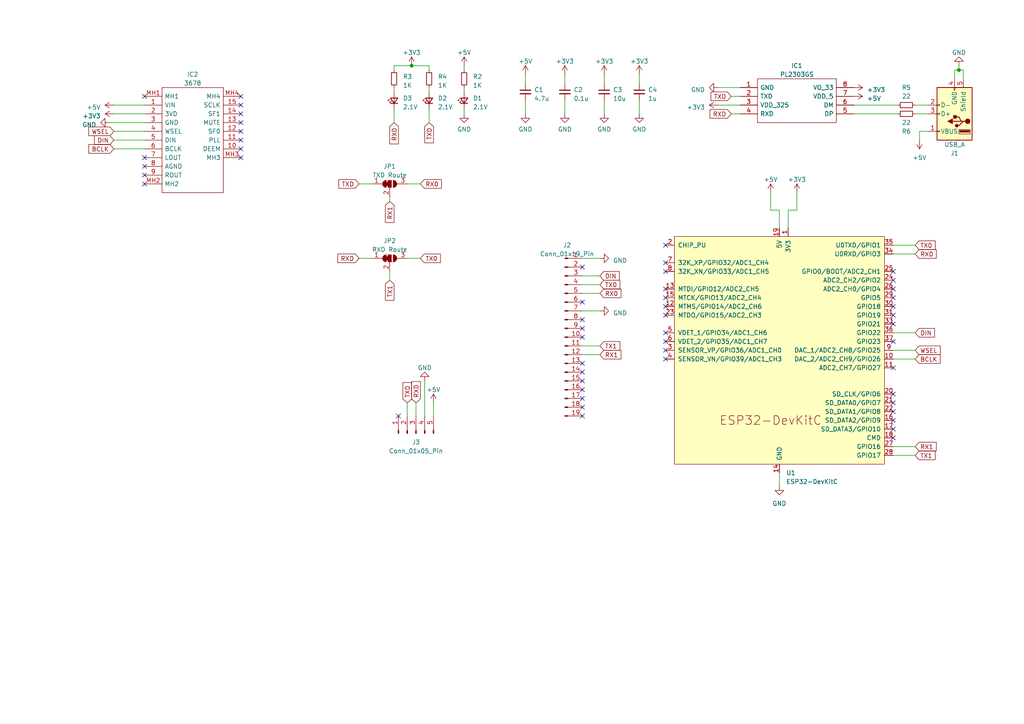
<source format=kicad_sch>
(kicad_sch (version 20230121) (generator eeschema)
  (paper "A4")
  (title_block (title "iPod ESP32 barebones PCB") (date "2024-06-04") (rev "0.2.0") (company "(c) Martin Roger"))
  (lib_symbols
    (symbol "Connector:Conn_01x05_Pin" (pin_names (offset 1.016) hide)
      (property "Reference" "J" (at 0 7.62 0))
      (property "Value" "Conn_01x05_Pin" (at 0 -7.62 0))
      (symbol "Conn_01x05_Pin_1_1"
        (polyline (pts (xy 1.27 -5.08) (xy 0.8636 -5.08)) (stroke (width 0.1524)))
        (polyline (pts (xy 1.27 -2.54) (xy 0.8636 -2.54)) (stroke (width 0.1524)))
        (polyline (pts (xy 1.27 0) (xy 0.8636 0)) (stroke (width 0.1524)))
        (polyline (pts (xy 1.27 2.54) (xy 0.8636 2.54)) (stroke (width 0.1524)))
        (polyline (pts (xy 1.27 5.08) (xy 0.8636 5.08)) (stroke (width 0.1524)))
        (rectangle (start 0.8636 -4.953) (end 0 -5.207) (stroke (width 0.1524)) (fill (type outline)))
        (rectangle (start 0.8636 -2.413) (end 0 -2.667) (stroke (width 0.1524)) (fill (type outline)))
        (rectangle (start 0.8636 0.127) (end 0 -0.127) (stroke (width 0.1524)) (fill (type outline)))
        (rectangle (start 0.8636 2.667) (end 0 2.413) (stroke (width 0.1524)) (fill (type outline)))
        (rectangle (start 0.8636 5.207) (end 0 4.953) (stroke (width 0.1524)) (fill (type outline)))
        (pin passive line (at 5.08 5.08 180) (length 3.81) (name "Pin_1") (number "1"))
        (pin passive line (at 5.08 2.54 180) (length 3.81) (name "Pin_2") (number "2"))
        (pin passive line (at 5.08 0 180) (length 3.81) (name "Pin_3") (number "3"))
        (pin passive line (at 5.08 -2.54 180) (length 3.81) (name "Pin_4") (number "4"))
        (pin passive line (at 5.08 -5.08 180) (length 3.81) (name "Pin_5") (number "5"))
      )
    )
    (symbol "Connector:Conn_01x19_Pin" (pin_names (offset 1.016) hide)
      (property "Reference" "J" (at 0 25.4 0))
      (property "Value" "Conn_01x19_Pin" (at 0 -25.4 0))
      (symbol "Conn_01x19_Pin_1_1"
        (polyline (pts (xy 1.27 -22.86) (xy 0.8636 -22.86)) (stroke (width 0.1524)))
        (polyline (pts (xy 1.27 -20.32) (xy 0.8636 -20.32)) (stroke (width 0.1524)))
        (polyline (pts (xy 1.27 -17.78) (xy 0.8636 -17.78)) (stroke (width 0.1524)))
        (polyline (pts (xy 1.27 -15.24) (xy 0.8636 -15.24)) (stroke (width 0.1524)))
        (polyline (pts (xy 1.27 -12.7) (xy 0.8636 -12.7)) (stroke (width 0.1524)))
        (polyline (pts (xy 1.27 -10.16) (xy 0.8636 -10.16)) (stroke (width 0.1524)))
        (polyline (pts (xy 1.27 -7.62) (xy 0.8636 -7.62)) (stroke (width 0.1524)))
        (polyline (pts (xy 1.27 -5.08) (xy 0.8636 -5.08)) (stroke (width 0.1524)))
        (polyline (pts (xy 1.27 -2.54) (xy 0.8636 -2.54)) (stroke (width 0.1524)))
        (polyline (pts (xy 1.27 0) (xy 0.8636 0)) (stroke (width 0.1524)))
        (polyline (pts (xy 1.27 2.54) (xy 0.8636 2.54)) (stroke (width 0.1524)))
        (polyline (pts (xy 1.27 5.08) (xy 0.8636 5.08)) (stroke (width 0.1524)))
        (polyline (pts (xy 1.27 7.62) (xy 0.8636 7.62)) (stroke (width 0.1524)))
        (polyline (pts (xy 1.27 10.16) (xy 0.8636 10.16)) (stroke (width 0.1524)))
        (polyline (pts (xy 1.27 12.7) (xy 0.8636 12.7)) (stroke (width 0.1524)))
        (polyline (pts (xy 1.27 15.24) (xy 0.8636 15.24)) (stroke (width 0.1524)))
        (polyline (pts (xy 1.27 17.78) (xy 0.8636 17.78)) (stroke (width 0.1524)))
        (polyline (pts (xy 1.27 20.32) (xy 0.8636 20.32)) (stroke (width 0.1524)))
        (polyline (pts (xy 1.27 22.86) (xy 0.8636 22.86)) (stroke (width 0.1524)))
        (rectangle (start 0.8636 -22.733) (end 0 -22.987) (stroke (width 0.1524)) (fill (type outline)))
        (rectangle (start 0.8636 -20.193) (end 0 -20.447) (stroke (width 0.1524)) (fill (type outline)))
        (rectangle (start 0.8636 -17.653) (end 0 -17.907) (stroke (width 0.1524)) (fill (type outline)))
        (rectangle (start 0.8636 -15.113) (end 0 -15.367) (stroke (width 0.1524)) (fill (type outline)))
        (rectangle (start 0.8636 -12.573) (end 0 -12.827) (stroke (width 0.1524)) (fill (type outline)))
        (rectangle (start 0.8636 -10.033) (end 0 -10.287) (stroke (width 0.1524)) (fill (type outline)))
        (rectangle (start 0.8636 -7.493) (end 0 -7.747) (stroke (width 0.1524)) (fill (type outline)))
        (rectangle (start 0.8636 -4.953) (end 0 -5.207) (stroke (width 0.1524)) (fill (type outline)))
        (rectangle (start 0.8636 -2.413) (end 0 -2.667) (stroke (width 0.1524)) (fill (type outline)))
        (rectangle (start 0.8636 0.127) (end 0 -0.127) (stroke (width 0.1524)) (fill (type outline)))
        (rectangle (start 0.8636 2.667) (end 0 2.413) (stroke (width 0.1524)) (fill (type outline)))
        (rectangle (start 0.8636 5.207) (end 0 4.953) (stroke (width 0.1524)) (fill (type outline)))
        (rectangle (start 0.8636 7.747) (end 0 7.493) (stroke (width 0.1524)) (fill (type outline)))
        (rectangle (start 0.8636 10.287) (end 0 10.033) (stroke (width 0.1524)) (fill (type outline)))
        (rectangle (start 0.8636 12.827) (end 0 12.573) (stroke (width 0.1524)) (fill (type outline)))
        (rectangle (start 0.8636 15.367) (end 0 15.113) (stroke (width 0.1524)) (fill (type outline)))
        (rectangle (start 0.8636 17.907) (end 0 17.653) (stroke (width 0.1524)) (fill (type outline)))
        (rectangle (start 0.8636 20.447) (end 0 20.193) (stroke (width 0.1524)) (fill (type outline)))
        (rectangle (start 0.8636 22.987) (end 0 22.733) (stroke (width 0.1524)) (fill (type outline)))
        (pin passive line (at 5.08 22.86 180) (length 3.81) (name "Pin_1") (number "1"))
        (pin passive line (at 5.08 0 180) (length 3.81) (name "Pin_10") (number "10"))
        (pin passive line (at 5.08 -2.54 180) (length 3.81) (name "Pin_11") (number "11"))
        (pin passive line (at 5.08 -5.08 180) (length 3.81) (name "Pin_12") (number "12"))
        (pin passive line (at 5.08 -7.62 180) (length 3.81) (name "Pin_13") (number "13"))
        (pin passive line (at 5.08 -10.16 180) (length 3.81) (name "Pin_14") (number "14"))
        (pin passive line (at 5.08 -12.7 180) (length 3.81) (name "Pin_15") (number "15"))
        (pin passive line (at 5.08 -15.24 180) (length 3.81) (name "Pin_16") (number "16"))
        (pin passive line (at 5.08 -17.78 180) (length 3.81) (name "Pin_17") (number "17"))
        (pin passive line (at 5.08 -20.32 180) (length 3.81) (name "Pin_18") (number "18"))
        (pin passive line (at 5.08 -22.86 180) (length 3.81) (name "Pin_19") (number "19"))
        (pin passive line (at 5.08 20.32 180) (length 3.81) (name "Pin_2") (number "2"))
        (pin passive line (at 5.08 17.78 180) (length 3.81) (name "Pin_3") (number "3"))
        (pin passive line (at 5.08 15.24 180) (length 3.81) (name "Pin_4") (number "4"))
        (pin passive line (at 5.08 12.7 180) (length 3.81) (name "Pin_5") (number "5"))
        (pin passive line (at 5.08 10.16 180) (length 3.81) (name "Pin_6") (number "6"))
        (pin passive line (at 5.08 7.62 180) (length 3.81) (name "Pin_7") (number "7"))
        (pin passive line (at 5.08 5.08 180) (length 3.81) (name "Pin_8") (number "8"))
        (pin passive line (at 5.08 2.54 180) (length 3.81) (name "Pin_9") (number "9"))
      )
    )
    (symbol "Connector:USB_A" (pin_names (offset 1.016))
      (property "Reference" "J" (at -5.08 11.43 0))
      (property "Value" "USB_A" (at -5.08 8.89 0))
      (symbol "USB_A_0_1"
        (rectangle (start -5.08 -7.62) (end 5.08 7.62) (stroke (width 0.254)) (fill (type background)))
        (circle (center -3.81 2.159) (radius 0.635) (stroke (width 0.254)) (fill (type outline)))
        (rectangle (start -1.524 4.826) (end -4.318 5.334) (fill (type outline)))
        (rectangle (start -1.27 4.572) (end -4.572 5.842))
        (circle (center -0.635 3.429) (radius 0.381) (stroke (width 0.254)) (fill (type outline)))
        (rectangle (start -0.127 -7.62) (end 0.127 -6.858))
        (polyline (pts (xy -3.175 2.159) (xy -2.54 2.159) (xy -1.27 3.429) (xy -0.635 3.429)) (stroke (width 0.254)))
        (polyline (pts (xy -2.54 2.159) (xy -1.905 2.159) (xy -1.27 0.889) (xy 0 0.889)) (stroke (width 0.254)))
        (polyline (pts (xy 0.635 2.794) (xy 0.635 1.524) (xy 1.905 2.159) (xy 0.635 2.794)) (stroke (width 0.254)) (fill (type outline)))
        (rectangle (start 0.254 1.27) (end -0.508 0.508) (stroke (width 0.254)) (fill (type outline)))
        (rectangle (start 5.08 -2.667) (end 4.318 -2.413))
        (rectangle (start 5.08 -0.127) (end 4.318 0.127))
        (rectangle (start 5.08 4.953) (end 4.318 5.207))
      )
      (symbol "USB_A_1_1"
        (polyline (pts (xy -1.905 2.159) (xy 0.635 2.159)) (stroke (width 0.254)))
        (pin power_in line (at 7.62 5.08 180) (length 2.54) (name "VBUS") (number "1"))
        (pin bidirectional line (at 7.62 -2.54 180) (length 2.54) (name "D-") (number "2"))
        (pin bidirectional line (at 7.62 0 180) (length 2.54) (name "D+") (number "3"))
        (pin power_in line (at 0 -10.16 90) (length 2.54) (name "GND") (number "4"))
        (pin passive line (at -2.54 -10.16 90) (length 2.54) (name "Shield") (number "5"))
      )
    )
    (symbol "Device:C_Small" (pin_numbers hide) (pin_names (offset 0.254) hide)
      (property "Reference" "C" (at 0.254 1.778 0))
      (property "Value" "C_Small" (at 0.254 -2.032 0))
      (symbol "C_Small_0_1"
        (polyline (pts (xy -1.524 -0.508) (xy 1.524 -0.508)) (stroke (width 0.3302)))
        (polyline (pts (xy -1.524 0.508) (xy 1.524 0.508)) (stroke (width 0.3048)))
      )
      (symbol "C_Small_1_1"
        (pin passive line (at 0 2.54 270) (length 2.032) (name "~") (number "1"))
        (pin passive line (at 0 -2.54 90) (length 2.032) (name "~") (number "2"))
      )
    )
    (symbol "Device:LED_Small" (pin_numbers hide) (pin_names (offset 0.254) hide)
      (property "Reference" "D" (at -1.27 3.175 0))
      (property "Value" "LED_Small" (at -4.445 -2.54 0))
      (symbol "LED_Small_0_1"
        (polyline (pts (xy -0.762 -1.016) (xy -0.762 1.016)) (stroke (width 0.254)))
        (polyline (pts (xy 1.016 0) (xy -0.762 0)))
        (polyline (pts (xy 0.762 -1.016) (xy -0.762 0) (xy 0.762 1.016) (xy 0.762 -1.016)) (stroke (width 0.254)))
        (polyline (pts (xy 0 0.762) (xy -0.508 1.27) (xy -0.254 1.27) (xy -0.508 1.27) (xy -0.508 1.016)))
        (polyline (pts (xy 0.508 1.27) (xy 0 1.778) (xy 0.254 1.778) (xy 0 1.778) (xy 0 1.524)))
      )
      (symbol "LED_Small_1_1"
        (pin passive line (at -2.54 0 0) (length 1.778) (name "K") (number "1"))
        (pin passive line (at 2.54 0 180) (length 1.778) (name "A") (number "2"))
      )
    )
    (symbol "Device:R_Small" (pin_numbers hide) (pin_names (offset 0.254) hide)
      (property "Reference" "R" (at 0.762 0.508 0))
      (property "Value" "R_Small" (at 0.762 -1.016 0))
      (symbol "R_Small_0_1"
        (rectangle (start -0.762 1.778) (end 0.762 -1.778) (stroke (width 0.2032)))
      )
      (symbol "R_Small_1_1"
        (pin passive line (at 0 2.54 270) (length 0.762) (name "~") (number "1"))
        (pin passive line (at 0 -2.54 90) (length 0.762) (name "~") (number "2"))
      )
    )
    (symbol "Espressif:ESP32-DevKitC" (pin_names (offset 1.016))
      (property "Reference" "U" (at -30.48 38.1 0))
      (property "Value" "ESP32-DevKitC" (at -30.48 35.56 0))
      (symbol "ESP32-DevKitC_0_0"
        (text "ESP32-DevKitC" (at -2.54 -20.32 0) (effects (font (size 2.54 2.54))))
        (pin power_in line (at 0 -35.56 90) (length 2.54) (name "GND") (number "14"))
        (pin power_in line (at 0 35.56 270) (length 2.54) (name "5V") (number "19"))
      )
      (symbol "ESP32-DevKitC_0_1"
        (rectangle (start -30.48 33.02) (end 30.48 -33.02) (fill (type background)))
      )
      (symbol "ESP32-DevKitC_1_1"
        (pin power_in line (at 2.54 35.56 270) (length 2.54) (name "3V3") (number "1"))
        (pin bidirectional line (at 33.02 -2.54 180) (length 2.54) (name "DAC_2/ADC2_CH9/GPIO26") (number "10"))
        (pin bidirectional line (at 33.02 -5.08 180) (length 2.54) (name "ADC2_CH7/GPIO27") (number "11"))
        (pin bidirectional line (at -33.02 12.7 0) (length 2.54) (name "MTMS/GPIO14/ADC2_CH6") (number "12"))
        (pin bidirectional line (at -33.02 17.78 0) (length 2.54) (name "MTDI/GPIO12/ADC2_CH5") (number "13"))
        (pin bidirectional line (at -33.02 15.24 0) (length 2.54) (name "MTCK/GPIO13/ADC2_CH4") (number "15"))
        (pin bidirectional line (at 33.02 -20.32 180) (length 2.54) (name "SD_DATA2/GPIO9") (number "16"))
        (pin bidirectional line (at 33.02 -22.86 180) (length 2.54) (name "SD_DATA3/GPIO10") (number "17"))
        (pin bidirectional line (at 33.02 -25.4 180) (length 2.54) (name "CMD") (number "18"))
        (pin input line (at -33.02 30.48 0) (length 2.54) (name "CHIP_PU") (number "2"))
        (pin bidirectional line (at 33.02 -12.7 180) (length 2.54) (name "SD_CLK/GPIO6") (number "20"))
        (pin bidirectional line (at 33.02 -15.24 180) (length 2.54) (name "SD_DATA0/GPIO7") (number "21"))
        (pin bidirectional line (at 33.02 -17.78 180) (length 2.54) (name "SD_DATA1/GPIO8") (number "22"))
        (pin bidirectional line (at -33.02 10.16 0) (length 2.54) (name "MTDO/GPIO15/ADC2_CH3") (number "23"))
        (pin bidirectional line (at 33.02 20.32 180) (length 2.54) (name "ADC2_CH2/GPIO2") (number "24"))
        (pin bidirectional line (at 33.02 22.86 180) (length 2.54) (name "GPIO0/BOOT/ADC2_CH1") (number "25"))
        (pin bidirectional line (at 33.02 17.78 180) (length 2.54) (name "ADC2_CH0/GPIO4") (number "26"))
        (pin bidirectional line (at 33.02 -27.94 180) (length 2.54) (name "GPIO16") (number "27"))
        (pin bidirectional line (at 33.02 -30.48 180) (length 2.54) (name "GPIO17") (number "28"))
        (pin bidirectional line (at 33.02 15.24 180) (length 2.54) (name "GPIO5") (number "29"))
        (pin input line (at -33.02 0 0) (length 2.54) (name "SENSOR_VP/GPIO36/ADC1_CH0") (number "3"))
        (pin bidirectional line (at 33.02 12.7 180) (length 2.54) (name "GPIO18") (number "30"))
        (pin bidirectional line (at 33.02 10.16 180) (length 2.54) (name "GPIO19") (number "31"))
        (pin passive line (at 0 -35.56 90) (length 2.54) hide (name "GND") (number "32"))
        (pin bidirectional line (at 33.02 7.62 180) (length 2.54) (name "GPIO21") (number "33"))
        (pin bidirectional line (at 33.02 27.94 180) (length 2.54) (name "U0RXD/GPIO3") (number "34"))
        (pin bidirectional line (at 33.02 30.48 180) (length 2.54) (name "U0TXD/GPIO1") (number "35"))
        (pin bidirectional line (at 33.02 5.08 180) (length 2.54) (name "GPIO22") (number "36"))
        (pin bidirectional line (at 33.02 2.54 180) (length 2.54) (name "GPIO23") (number "37"))
        (pin passive line (at 0 -35.56 90) (length 2.54) hide (name "GND") (number "38"))
        (pin input line (at -33.02 -2.54 0) (length 2.54) (name "SENSOR_VN/GPIO39/ADC1_CH3") (number "4"))
        (pin input line (at -33.02 5.08 0) (length 2.54) (name "VDET_1/GPIO34/ADC1_CH6") (number "5"))
        (pin input line (at -33.02 2.54 0) (length 2.54) (name "VDET_2/GPIO35/ADC1_CH7") (number "6"))
        (pin bidirectional line (at -33.02 25.4 0) (length 2.54) (name "32K_XP/GPIO32/ADC1_CH4") (number "7"))
        (pin bidirectional line (at -33.02 22.86 0) (length 2.54) (name "32K_XN/GPIO33/ADC1_CH5") (number "8"))
        (pin bidirectional line (at 33.02 0 180) (length 2.54) (name "DAC_1/ADC2_CH8/GPIO25") (number "9"))
      )
    )
    (symbol "Jumper:SolderJumper_3_Bridged12" (pin_names (offset 0) hide)
      (property "Reference" "JP" (at -2.54 -2.54 0))
      (property "Value" "SolderJumper_3_Bridged12" (at 0 2.794 0))
      (symbol "SolderJumper_3_Bridged12_0_1"
        (rectangle (start -1.016 0.508) (end -0.508 -0.508) (fill (type outline)))
        (arc (start -1.016 1.016) (mid -2.0276 0) (end -1.016 -1.016))
        (arc (start -1.016 1.016) (mid -2.0276 0) (end -1.016 -1.016) (fill (type outline)))
        (rectangle (start -0.508 1.016) (end 0.508 -1.016) (fill (type outline)))
        (polyline (pts (xy -2.54 0) (xy -2.032 0)))
        (polyline (pts (xy -1.016 1.016) (xy -1.016 -1.016)))
        (polyline (pts (xy 0 -1.27) (xy 0 -1.016)))
        (polyline (pts (xy 1.016 1.016) (xy 1.016 -1.016)))
        (polyline (pts (xy 2.54 0) (xy 2.032 0)))
        (arc (start 1.016 -1.016) (mid 2.0276 0) (end 1.016 1.016))
        (arc (start 1.016 -1.016) (mid 2.0276 0) (end 1.016 1.016) (fill (type outline)))
      )
      (symbol "SolderJumper_3_Bridged12_1_1"
        (pin passive line (at -5.08 0 0) (length 2.54) (name "A") (number "1"))
        (pin passive line (at 0 -3.81 90) (length 2.54) (name "C") (number "2"))
        (pin passive line (at 5.08 0 180) (length 2.54) (name "B") (number "3"))
      )
    )
    (symbol "SamacSys_Parts:3678" (pin_names (offset 0.762))
      (property "Reference" "IC" (at 24.13 7.62 0))
      (property "Value" "3678" (at 24.13 5.08 0))
      (symbol "3678_0_0"
        (pin passive line (at 0 -2.54 0) (length 5.08) (name "VIN") (number "1"))
        (pin passive line (at 27.94 -15.24 180) (length 5.08) (name "DEEM") (number "10"))
        (pin passive line (at 27.94 -12.7 180) (length 5.08) (name "PLL") (number "11"))
        (pin passive line (at 27.94 -10.16 180) (length 5.08) (name "SF0") (number "12"))
        (pin passive line (at 27.94 -7.62 180) (length 5.08) (name "MUTE") (number "13"))
        (pin passive line (at 27.94 -5.08 180) (length 5.08) (name "SF1") (number "14"))
        (pin passive line (at 27.94 -2.54 180) (length 5.08) (name "SCLK") (number "15"))
        (pin passive line (at 0 -5.08 0) (length 5.08) (name "3VD") (number "2"))
        (pin passive line (at 0 -7.62 0) (length 5.08) (name "GND") (number "3"))
        (pin passive line (at 0 -10.16 0) (length 5.08) (name "WSEL") (number "4"))
        (pin passive line (at 0 -12.7 0) (length 5.08) (name "DIN") (number "5"))
        (pin passive line (at 0 -15.24 0) (length 5.08) (name "BCLK") (number "6"))
        (pin passive line (at 0 -17.78 0) (length 5.08) (name "LOUT") (number "7"))
        (pin passive line (at 0 -20.32 0) (length 5.08) (name "AGND") (number "8"))
        (pin passive line (at 0 -22.86 0) (length 5.08) (name "ROUT") (number "9"))
        (pin passive line (at 0 0 0) (length 5.08) (name "MH1") (number "MH1"))
        (pin passive line (at 0 -25.4 0) (length 5.08) (name "MH2") (number "MH2"))
        (pin passive line (at 27.94 -17.78 180) (length 5.08) (name "MH3") (number "MH3"))
        (pin passive line (at 27.94 0 180) (length 5.08) (name "MH4") (number "MH4"))
      )
      (symbol "3678_0_1"
        (polyline (pts (xy 5.08 2.54) (xy 22.86 2.54) (xy 22.86 -27.94) (xy 5.08 -27.94) (xy 5.08 2.54)) (stroke (width 0.1524)))
      )
    )
    (symbol "SamacSys_Parts:PL2303SA__LF" (pin_names (offset 0.762))
      (property "Reference" "IC" (at 29.21 7.62 0))
      (property "Value" "PL2303SA__LF" (at 29.21 5.08 0))
      (symbol "PL2303SA__LF_0_0"
        (pin passive line (at 0 0 0) (length 5.08) (name "GND") (number "1"))
        (pin passive line (at 0 -2.54 0) (length 5.08) (name "TXD") (number "2"))
        (pin passive line (at 0 -5.08 0) (length 5.08) (name "VDD_325") (number "3"))
        (pin passive line (at 0 -7.62 0) (length 5.08) (name "RXD") (number "4"))
        (pin passive line (at 33.02 -7.62 180) (length 5.08) (name "DP") (number "5"))
        (pin passive line (at 33.02 -5.08 180) (length 5.08) (name "DM") (number "6"))
        (pin passive line (at 33.02 -2.54 180) (length 5.08) (name "VDD_5") (number "7"))
        (pin passive line (at 33.02 0 180) (length 5.08) (name "VO_33") (number "8"))
      )
      (symbol "PL2303SA__LF_0_1"
        (polyline (pts (xy 5.08 2.54) (xy 27.94 2.54) (xy 27.94 -10.16) (xy 5.08 -10.16) (xy 5.08 2.54)) (stroke (width 0.1524)))
      )
    )
    (symbol "power:+3V3" (power) (pin_names (offset 0))
      (property "Value" "+3V3" (at 0 3.556 0))
      (symbol "+3V3_0_1"
        (polyline (pts (xy -0.762 1.27) (xy 0 2.54)))
        (polyline (pts (xy 0 0) (xy 0 2.54)))
        (polyline (pts (xy 0 2.54) (xy 0.762 1.27)))
      )
      (symbol "+3V3_1_1"
        (pin power_in line (at 0 0 90) (length 0) hide (name "+3V3") (number "1"))
      )
    )
    (symbol "power:+5V" (power) (pin_names (offset 0))
      (property "Value" "+5V" (at 0 3.556 0))
      (symbol "+5V_0_1"
        (polyline (pts (xy -0.762 1.27) (xy 0 2.54)))
        (polyline (pts (xy 0 0) (xy 0 2.54)))
        (polyline (pts (xy 0 2.54) (xy 0.762 1.27)))
      )
      (symbol "+5V_1_1"
        (pin power_in line (at 0 0 90) (length 0) hide (name "+5V") (number "1"))
      )
    )
    (symbol "power:GND" (power) (pin_names (offset 0))
      (property "Value" "GND" (at 0 -3.81 0))
      (symbol "GND_0_1"
        (polyline (pts (xy 0 0) (xy 0 -1.27) (xy 1.27 -1.27) (xy 0 -2.54) (xy -1.27 -1.27) (xy 0 -1.27)))
      )
      (symbol "GND_1_1"
        (pin power_in line (at 0 0 270) (length 0) hide (name "GND") (number "1"))
      )
    )
  )
  (junction (at 119.38 19.05))
  (junction (at 278.13 20.32))
  (no_connect (at 41.91 50.8))
  (no_connect (at 168.91 113.03))
  (no_connect (at 69.85 35.56))
  (no_connect (at 168.91 97.79))
  (no_connect (at 259.08 106.68))
  (no_connect (at 41.91 53.34))
  (no_connect (at 259.08 114.3))
  (no_connect (at 69.85 45.72))
  (no_connect (at 259.08 86.36))
  (no_connect (at 259.08 119.38))
  (no_connect (at 168.91 110.49))
  (no_connect (at 41.91 45.72))
  (no_connect (at 193.04 91.44))
  (no_connect (at 259.08 127))
  (no_connect (at 168.91 115.57))
  (no_connect (at 193.04 76.2))
  (no_connect (at 259.08 78.74))
  (no_connect (at 69.85 38.1))
  (no_connect (at 115.57 120.65))
  (no_connect (at 259.08 121.92))
  (no_connect (at 69.85 27.94))
  (no_connect (at 168.91 120.65))
  (no_connect (at 193.04 83.82))
  (no_connect (at 259.08 81.28))
  (no_connect (at 259.08 116.84))
  (no_connect (at 168.91 107.95))
  (no_connect (at 259.08 83.82))
  (no_connect (at 69.85 43.18))
  (no_connect (at 168.91 118.11))
  (no_connect (at 193.04 78.74))
  (no_connect (at 168.91 95.25))
  (no_connect (at 193.04 99.06))
  (no_connect (at 259.08 91.44))
  (no_connect (at 168.91 92.71))
  (no_connect (at 69.85 33.02))
  (no_connect (at 193.04 104.14))
  (no_connect (at 259.08 124.46))
  (no_connect (at 259.08 88.9))
  (no_connect (at 168.91 105.41))
  (no_connect (at 193.04 88.9))
  (no_connect (at 41.91 48.26))
  (no_connect (at 259.08 99.06))
  (no_connect (at 193.04 96.52))
  (no_connect (at 69.85 40.64))
  (no_connect (at 193.04 71.12))
  (no_connect (at 41.91 27.94))
  (no_connect (at 193.04 86.36))
  (no_connect (at 69.85 30.48))
  (no_connect (at 168.91 87.63))
  (no_connect (at 193.04 101.6))
  (no_connect (at 168.91 77.47))
  (no_connect (at 259.08 93.98))
  (wire (pts (xy 185.42 21.59) (xy 185.42 24.13)))
  (wire (pts (xy 168.91 102.87) (xy 173.99 102.87)))
  (wire (pts (xy 175.26 29.21) (xy 175.26 33.02)))
  (wire (pts (xy 125.73 116.84) (xy 125.73 120.65)))
  (wire (pts (xy 163.83 21.59) (xy 163.83 24.13)))
  (wire (pts (xy 120.65 116.84) (xy 120.65 120.65)))
  (wire (pts (xy 247.65 33.02) (xy 260.35 33.02)))
  (wire (pts (xy 259.08 71.12) (xy 265.43 71.12)))
  (wire (pts (xy 226.06 60.96) (xy 226.06 66.04)))
  (wire (pts (xy 118.11 53.34) (xy 121.92 53.34)))
  (wire (pts (xy 278.13 19.05) (xy 278.13 20.32)))
  (wire (pts (xy 118.11 74.93) (xy 121.92 74.93)))
  (wire (pts (xy 276.86 22.86) (xy 276.86 20.32)))
  (wire (pts (xy 33.02 30.48) (xy 41.91 30.48)))
  (wire (pts (xy 168.91 100.33) (xy 173.99 100.33)))
  (wire (pts (xy 119.38 19.05) (xy 124.46 19.05)))
  (wire (pts (xy 259.08 129.54) (xy 265.43 129.54)))
  (wire (pts (xy 175.26 21.59) (xy 175.26 24.13)))
  (wire (pts (xy 279.4 20.32) (xy 278.13 20.32)))
  (wire (pts (xy 276.86 20.32) (xy 278.13 20.32)))
  (wire (pts (xy 259.08 96.52) (xy 265.43 96.52)))
  (wire (pts (xy 152.4 29.21) (xy 152.4 33.02)))
  (wire (pts (xy 33.02 40.64) (xy 41.91 40.64)))
  (wire (pts (xy 231.14 60.96) (xy 228.6 60.96)))
  (wire (pts (xy 134.62 31.75) (xy 134.62 33.02)))
  (wire (pts (xy 208.28 25.4) (xy 214.63 25.4)))
  (wire (pts (xy 168.91 80.01) (xy 173.99 80.01)))
  (wire (pts (xy 31.75 35.56) (xy 41.91 35.56)))
  (wire (pts (xy 114.3 19.05) (xy 119.38 19.05)))
  (wire (pts (xy 124.46 31.75) (xy 124.46 35.56)))
  (wire (pts (xy 228.6 60.96) (xy 228.6 66.04)))
  (wire (pts (xy 33.02 43.18) (xy 41.91 43.18)))
  (wire (pts (xy 259.08 73.66) (xy 265.43 73.66)))
  (wire (pts (xy 168.91 82.55) (xy 173.99 82.55)))
  (wire (pts (xy 279.4 22.86) (xy 279.4 20.32)))
  (wire (pts (xy 134.62 19.05) (xy 134.62 20.32)))
  (wire (pts (xy 152.4 21.59) (xy 152.4 24.13)))
  (wire (pts (xy 113.03 57.15) (xy 113.03 58.42)))
  (wire (pts (xy 168.91 85.09) (xy 173.99 85.09)))
  (wire (pts (xy 168.91 74.93) (xy 173.99 74.93)))
  (wire (pts (xy 265.43 33.02) (xy 269.24 33.02)))
  (wire (pts (xy 259.08 132.08) (xy 265.43 132.08)))
  (wire (pts (xy 33.02 38.1) (xy 41.91 38.1)))
  (wire (pts (xy 123.19 110.49) (xy 123.19 120.65)))
  (wire (pts (xy 185.42 29.21) (xy 185.42 33.02)))
  (wire (pts (xy 168.91 90.17) (xy 173.99 90.17)))
  (wire (pts (xy 223.52 60.96) (xy 226.06 60.96)))
  (wire (pts (xy 223.52 60.96) (xy 223.52 55.88)))
  (wire (pts (xy 259.08 104.14) (xy 265.43 104.14)))
  (wire (pts (xy 266.7 40.64) (xy 266.7 38.1)))
  (wire (pts (xy 259.08 101.6) (xy 265.43 101.6)))
  (wire (pts (xy 231.14 60.96) (xy 231.14 55.88)))
  (wire (pts (xy 118.11 116.84) (xy 118.11 120.65)))
  (wire (pts (xy 113.03 78.74) (xy 113.03 81.28)))
  (wire (pts (xy 33.02 33.02) (xy 41.91 33.02)))
  (wire (pts (xy 212.09 27.94) (xy 214.63 27.94)))
  (wire (pts (xy 266.7 38.1) (xy 269.24 38.1)))
  (wire (pts (xy 212.09 33.02) (xy 214.63 33.02)))
  (wire (pts (xy 104.14 74.93) (xy 107.95 74.93)))
  (wire (pts (xy 226.06 137.16) (xy 226.06 140.97)))
  (wire (pts (xy 114.3 19.05) (xy 114.3 20.32)))
  (wire (pts (xy 163.83 29.21) (xy 163.83 33.02)))
  (wire (pts (xy 124.46 25.4) (xy 124.46 26.67)))
  (wire (pts (xy 247.65 30.48) (xy 260.35 30.48)))
  (wire (pts (xy 114.3 31.75) (xy 114.3 35.56)))
  (wire (pts (xy 124.46 19.05) (xy 124.46 20.32)))
  (wire (pts (xy 265.43 30.48) (xy 269.24 30.48)))
  (wire (pts (xy 104.14 53.34) (xy 107.95 53.34)))
  (wire (pts (xy 208.28 30.48) (xy 214.63 30.48)))
  (wire (pts (xy 134.62 25.4) (xy 134.62 26.67)))
  (wire (pts (xy 114.3 25.4) (xy 114.3 26.67)))
  (global_label "RX0" (shape input) (at 265.43 73.66 0) (property "Intersheetrefs" "${INTERSHEET_REFS}" (effects hide)))
  (global_label "TX1" (shape input) (at 173.99 100.33 0) (property "Intersheetrefs" "${INTERSHEET_REFS}" (effects hide)))
  (global_label "TXD" (shape input) (at 104.14 53.34 180) (property "Intersheetrefs" "${INTERSHEET_REFS}" (effects hide)))
  (global_label "TX0" (shape input) (at 173.99 82.55 0) (property "Intersheetrefs" "${INTERSHEET_REFS}" (effects hide)))
  (global_label "RXD" (shape input) (at 120.65 116.84 90) (property "Intersheetrefs" "${INTERSHEET_REFS}" (effects hide)))
  (global_label "RXD" (shape input) (at 114.3 35.56 270) (property "Intersheetrefs" "${INTERSHEET_REFS}" (effects hide)))
  (global_label "RX1" (shape input) (at 265.43 129.54 0) (property "Intersheetrefs" "${INTERSHEET_REFS}" (effects hide)))
  (global_label "TX1" (shape input) (at 113.03 81.28 270) (property "Intersheetrefs" "${INTERSHEET_REFS}" (effects hide)))
  (global_label "DIN" (shape input) (at 33.02 40.64 180) (property "Intersheetrefs" "${INTERSHEET_REFS}" (effects hide)))
  (global_label "RX0" (shape input) (at 121.92 53.34 0) (property "Intersheetrefs" "${INTERSHEET_REFS}" (effects hide)))
  (global_label "RX1" (shape input) (at 173.99 102.87 0) (property "Intersheetrefs" "${INTERSHEET_REFS}" (effects hide)))
  (global_label "TXD" (shape input) (at 212.09 27.94 180) (property "Intersheetrefs" "${INTERSHEET_REFS}" (effects hide)))
  (global_label "RX0" (shape input) (at 173.99 85.09 0) (property "Intersheetrefs" "${INTERSHEET_REFS}" (effects hide)))
  (global_label "RXD" (shape input) (at 212.09 33.02 180) (property "Intersheetrefs" "${INTERSHEET_REFS}" (effects hide)))
  (global_label "TX0" (shape input) (at 265.43 71.12 0) (property "Intersheetrefs" "${INTERSHEET_REFS}" (effects hide)))
  (global_label "TX1" (shape input) (at 265.43 132.08 0) (property "Intersheetrefs" "${INTERSHEET_REFS}" (effects hide)))
  (global_label "BCLK" (shape input) (at 265.43 104.14 0) (property "Intersheetrefs" "${INTERSHEET_REFS}" (effects hide)))
  (global_label "TXD" (shape input) (at 124.46 35.56 270) (property "Intersheetrefs" "${INTERSHEET_REFS}" (effects hide)))
  (global_label "DIN" (shape input) (at 265.43 96.52 0) (property "Intersheetrefs" "${INTERSHEET_REFS}" (effects hide)))
  (global_label "BCLK" (shape input) (at 33.02 43.18 180) (property "Intersheetrefs" "${INTERSHEET_REFS}" (effects hide)))
  (global_label "RX1" (shape input) (at 113.03 58.42 270) (property "Intersheetrefs" "${INTERSHEET_REFS}" (effects hide)))
  (global_label "TX0" (shape input) (at 121.92 74.93 0) (property "Intersheetrefs" "${INTERSHEET_REFS}" (effects hide)))
  (global_label "DIN" (shape input) (at 173.99 80.01 0) (property "Intersheetrefs" "${INTERSHEET_REFS}" (effects hide)))
  (global_label "RXD" (shape input) (at 104.14 74.93 180) (property "Intersheetrefs" "${INTERSHEET_REFS}" (effects hide)))
  (global_label "WSEL" (shape input) (at 265.43 101.6 0) (property "Intersheetrefs" "${INTERSHEET_REFS}" (effects hide)))
  (global_label "WSEL" (shape input) (at 33.02 38.1 180) (property "Intersheetrefs" "${INTERSHEET_REFS}" (effects hide)))
  (global_label "TXD" (shape input) (at 118.11 116.84 90) (property "Intersheetrefs" "${INTERSHEET_REFS}" (effects hide)))
  (symbol (lib_id "power:+3V3") (at 119.38 19.05 0) (unit 1)
    (property "Reference" "#PWR019" (effects hide))
    (property "Value" "+3V3" (at 119.38 15.24 0))
  )
  (symbol (lib_id "power:+3V3") (at 185.42 21.59 0) (unit 1)
    (property "Reference" "#PWR09" (effects hide))
    (property "Value" "+3V3" (at 185.42 17.78 0))
  )
  (symbol (lib_id "power:+5V") (at 125.73 116.84 0) (unit 1)
    (property "Reference" "#PWR027" (effects hide))
    (property "Value" "+5V" (at 125.73 113.03 0))
  )
  (symbol (lib_id "Connector:Conn_01x19_Pin") (at 163.83 97.79 0) (unit 1) (in_bom no)
    (property "Reference" "J2" (at 164.465 71.12 0))
    (property "Value" "Conn_01x19_Pin" (at 164.465 73.66 0))
    (property "Footprint" "Connector_PinHeader_2.54mm:PinHeader_1x19_P2.54mm_Vertical" (effects hide))
  )
  (symbol (lib_id "power:GND") (at 134.62 33.02 0) (unit 1)
    (property "Reference" "#PWR015" (effects hide))
    (property "Value" "GND" (at 134.62 37.5104 0))
  )
  (symbol (lib_id "Connector:Conn_01x05_Pin") (at 120.65 125.73 90) (unit 1) (in_bom no)
    (property "Reference" "J3" (at 120.65 128.27 90))
    (property "Value" "Conn_01x05_Pin" (at 120.65 130.81 90))
    (property "Footprint" "Connector_PinHeader_2.54mm:PinHeader_1x05_P2.54mm_Vertical" (effects hide))
  )
  (symbol (lib_id "power:GND") (at 173.99 74.93 90) (unit 1)
    (property "Reference" "#PWR024" (effects hide))
    (property "Value" "GND" (at 177.8 75.565 90) (effects (justify right)))
  )
  (symbol (lib_id "Device:R_Small") (at 124.46 22.86 180) (unit 1)
    (property "Reference" "R4" (at 127 22.225 0) (effects (justify right)))
    (property "Value" "1K" (at 127 24.765 0) (effects (justify right)))
    (property "Footprint" "Resistor_SMD:R_0603_1608Metric" (effects hide))
    (property "Datasheet" "https://www.yageo.com/upload/media/product/products/datasheet/rchip/PYu-RC_Group_51_RoHS_L_12.pdf" (effects hide))
    (property "Description" "RES 1K OHM 1% 1/10W 0603" (effects hide))
    (property "Manufacturer_Name" "Yageo" (effects hide))
    (property "Manufacturer_Part_Number" "RC0603FR-071KL" (effects hide))
  )
  (symbol (lib_id "Jumper:SolderJumper_3_Bridged12") (at 113.03 53.34 0) (unit 1) (in_bom no)
    (property "Reference" "JP1" (at 113.03 48.26 0))
    (property "Value" "TXD Route" (at 113.03 50.8 0))
    (property "Footprint" "Jumper:SolderJumper-3_P1.3mm_Bridged12_Pad1.0x1.5mm" (effects hide))
  )
  (symbol (lib_id "power:+5V") (at 247.65 27.94 270) (unit 1)
    (property "Reference" "#PWR02" (effects hide))
    (property "Value" "+5V" (at 251.46 28.575 90) (effects (justify left)))
  )
  (symbol (lib_id "power:+3V3") (at 175.26 21.59 0) (unit 1)
    (property "Reference" "#PWR08" (effects hide))
    (property "Value" "+3V3" (at 175.26 17.78 0))
  )
  (symbol (lib_id "Device:C_Small") (at 163.83 26.67 0) (unit 1)
    (property "Reference" "C2" (at 166.37 26.0413 0) (effects (justify left)))
    (property "Value" "0.1u" (at 166.37 28.5813 0) (effects (justify left)))
    (property "Footprint" "Capacitor_SMD:C_0603_1608Metric" (effects hide))
    (property "Datasheet" "https://www.yageo.com/upload/media/product/productsearch/datasheet/mlcc/UPY-GPHC_X7R_6.3V-to-250V_24.pdf" (effects hide))
    (property "Description" "CAP CER 0.1UF 16V X7R 0603" (effects hide))
    (property "Manufacturer_Name" "Yageo" (effects hide))
    (property "Manufacturer_Part_Number" "CC0603KRX7R7BB104" (effects hide))
  )
  (symbol (lib_id "Device:C_Small") (at 175.26 26.67 0) (unit 1)
    (property "Reference" "C3" (at 177.8 26.0413 0) (effects (justify left)))
    (property "Value" "10u" (at 177.8 28.5813 0) (effects (justify left)))
    (property "Footprint" "Capacitor_SMD:C_0805_2012Metric" (effects hide))
    (property "Datasheet" "https://connect.kemet.com:7667/gateway/IntelliData-ComponentDocumentation/1.0/download/datasheet/C0805C106K8PACTU" (effects hide))
    (property "Description" "CAP CER 10UF 10V X5R 0805" (effects hide))
    (property "Manufacturer_Name" "Kemet" (effects hide))
    (property "Manufacturer_Part_Number" "C0805C106K8PAC7800" (effects hide))
  )
  (symbol (lib_id "power:+3V3") (at 208.28 30.48 90) (unit 1)
    (property "Reference" "#PWR06" (effects hide))
    (property "Value" "+3V3" (at 204.47 31.115 90) (effects (justify left)))
  )
  (symbol (lib_id "power:GND") (at 175.26 33.02 0) (unit 1)
    (property "Reference" "#PWR012" (effects hide))
    (property "Value" "GND" (at 175.26 37.5104 0))
  )
  (symbol (lib_id "SamacSys_Parts:3678") (at 41.91 27.94 0) (unit 1) (in_bom no)
    (property "Reference" "IC2" (at 55.88 21.59 0))
    (property "Value" "3678" (at 55.88 24.13 0))
    (property "Footprint" "SamacSys_Parts:3678" (effects hide))
    (property "Datasheet" "https://cdn-learn.adafruit.com/downloads/pdf/adafruit-i2s-stereo-decoder-uda1334a.pdf" (effects hide))
    (property "Description" "Audio IC Development Tools Adafruit I2S Stereo Decoder - UDA1334A" (effects hide))
    (property "Height" "7.1" (effects hide))
    (property "Manufacturer_Name" "Adafruit" (effects hide))
    (property "Manufacturer_Part_Number" "3678" (effects hide))
    (property "Arrow Part Number" "3678" (effects hide))
    (property "Arrow Price/Stock" "https://www.arrow.com/en/products/3678/adafruit-industries?region=nac" (effects hide))
  )
  (symbol (lib_id "power:GND") (at 163.83 33.02 0) (unit 1)
    (property "Reference" "#PWR013" (effects hide))
    (property "Value" "GND" (at 163.83 37.5104 0))
  )
  (symbol (lib_id "power:GND") (at 278.13 19.05 180) (unit 1)
    (property "Reference" "#PWR01" (effects hide))
    (property "Value" "GND" (at 278.13 15.24 0))
  )
  (symbol (lib_id "power:GND") (at 173.99 90.17 90) (unit 1)
    (property "Reference" "#PWR025" (effects hide))
    (property "Value" "GND" (at 177.8 90.805 90) (effects (justify right)))
  )
  (symbol (lib_id "Device:LED_Small") (at 124.46 29.21 90) (unit 1)
    (property "Reference" "D2" (at 127 28.5115 90) (effects (justify right)))
    (property "Value" "2.1V" (at 127 31.0515 90) (effects (justify right)))
    (property "Footprint" "LED_SMD:LED_0603_1608Metric" (effects hide))
    (property "Datasheet" "https://mm.digikey.com/Volume0/opasdata/d220001/medias/docus/858/LTST-C190GKT.pdf" (effects hide))
    (property "Description" "LED GREEN CLEAR CHIP SMD" (effects hide))
    (property "Manufacturer_Name" "Lite-On Inc." (effects hide))
    (property "Manufacturer_Part_Number" "LTST-C190GKT" (effects hide))
  )
  (symbol (lib_id "power:+3V3") (at 33.02 33.02 90) (unit 1)
    (property "Reference" "#PWR022" (effects hide))
    (property "Value" "+3V3" (at 29.21 33.655 90) (effects (justify left)))
  )
  (symbol (lib_id "Connector:USB_A") (at 276.86 33.02 180) (unit 1)
    (property "Reference" "J1" (at 276.86 44.45 0))
    (property "Value" "USB_A" (at 276.86 41.91 0))
    (property "Footprint" "Connector_USB:USB_A_CNCTech_1001-011-01101_Horizontal" (effects hide))
    (property "Datasheet" "https://www.cnctech.us/pdfs/1001-011-01101_.pdf" (effects hide))
    (property "Description" "CONN PLUG USB1.1 TYPEA 4P SMD RA" (effects hide))
    (property "Manufacturer_Name" "CNC Tech" (effects hide))
    (property "Manufacturer_Part_Number" "1001-011-01101" (effects hide))
  )
  (symbol (lib_id "power:GND") (at 152.4 33.02 0) (unit 1)
    (property "Reference" "#PWR014" (effects hide))
    (property "Value" "GND" (at 152.4 37.5104 0))
  )
  (symbol (lib_id "Device:C_Small") (at 185.42 26.67 0) (unit 1)
    (property "Reference" "C4" (at 187.96 26.0413 0) (effects (justify left)))
    (property "Value" "1u" (at 187.96 28.5813 0) (effects (justify left)))
    (property "Footprint" "Capacitor_SMD:C_0603_1608Metric" (effects hide))
    (property "Datasheet" "https://mm.digikey.com/Volume0/opasdata/d220001/medias/docus/3584/CL10B105KP8NNNC_Spec.pdf" (effects hide))
    (property "Description" "CAP CER 1UF 10V X7R 0603" (effects hide))
    (property "Manufacturer_Name" "Samsung Electro-Mechanics" (effects hide))
    (property "Manufacturer_Part_Number" "CL10B105KP8NNNC" (effects hide))
  )
  (symbol (lib_id "power:GND") (at 123.19 110.49 180) (unit 1)
    (property "Reference" "#PWR026" (effects hide))
    (property "Value" "GND" (at 123.19 106.68 0))
  )
  (symbol (lib_id "power:GND") (at 208.28 25.4 270) (unit 1)
    (property "Reference" "#PWR05" (effects hide))
    (property "Value" "GND" (at 204.47 26.035 90) (effects (justify right)))
  )
  (symbol (lib_id "power:GND") (at 185.42 33.02 0) (unit 1)
    (property "Reference" "#PWR011" (effects hide))
    (property "Value" "GND" (at 185.42 37.5104 0))
  )
  (symbol (lib_id "Jumper:SolderJumper_3_Bridged12") (at 113.03 74.93 0) (unit 1) (in_bom no)
    (property "Reference" "JP2" (at 113.03 69.85 0))
    (property "Value" "RXD Route" (at 113.03 72.39 0))
    (property "Footprint" "Jumper:SolderJumper-3_P1.3mm_Bridged12_Pad1.0x1.5mm" (effects hide))
  )
  (symbol (lib_id "Device:C_Small") (at 152.4 26.67 0) (unit 1)
    (property "Reference" "C1" (at 154.94 26.0413 0) (effects (justify left)))
    (property "Value" "4.7u" (at 154.94 28.5813 0) (effects (justify left)))
    (property "Footprint" "Capacitor_SMD:C_0603_1608Metric" (effects hide))
    (property "Datasheet" "https://mm.digikey.com/Volume0/opasdata/d220001/medias/docus/609/CL10A475KP8NNNC_Spec.pdf" (effects hide))
    (property "Description" "CAP CER 4.7UF 10V X5R 0603" (effects hide))
    (property "Manufacturer_Name" "Samsung Electro-Mechanics" (effects hide))
    (property "Manufacturer_Part_Number" "CL10A475KP8NNNC" (effects hide))
  )
  (symbol (lib_id "Device:LED_Small") (at 114.3 29.21 90) (unit 1)
    (property "Reference" "D3" (at 116.84 28.5115 90) (effects (justify right)))
    (property "Value" "2.1V" (at 116.84 31.0515 90) (effects (justify right)))
    (property "Footprint" "LED_SMD:LED_0603_1608Metric" (effects hide))
    (property "Datasheet" "https://mm.digikey.com/Volume0/opasdata/d220001/medias/docus/858/LTST-C190GKT.pdf" (effects hide))
    (property "Description" "LED GREEN CLEAR CHIP SMD" (effects hide))
    (property "Manufacturer_Name" "Lite-On Inc." (effects hide))
    (property "Manufacturer_Part_Number" "LTST-C190GKT" (effects hide))
  )
  (symbol (lib_id "SamacSys_Parts:PL2303SA__LF") (at 214.63 25.4 0) (unit 1)
    (property "Reference" "IC1" (at 231.14 19.05 0))
    (property "Value" "PL2303GS" (at 231.14 21.59 0))
    (property "Footprint" "SamacSys_Parts:SOIC127P600X170-8N" (effects hide))
    (property "Description" "SOP-8_150mil USB ICs" (effects hide))
    (property "Height" "1.7" (effects hide))
    (property "Manufacturer_Name" "Prolific" (effects hide))
    (property "Manufacturer_Part_Number" "PL2303GS" (effects hide))
  )
  (symbol (lib_id "Device:R_Small") (at 134.62 22.86 180) (unit 1)
    (property "Reference" "R2" (at 137.16 22.225 0) (effects (justify right)))
    (property "Value" "1K" (at 137.16 24.765 0) (effects (justify right)))
    (property "Footprint" "Resistor_SMD:R_0603_1608Metric" (effects hide))
    (property "Datasheet" "https://www.yageo.com/upload/media/product/products/datasheet/rchip/PYu-RC_Group_51_RoHS_L_12.pdf" (effects hide))
    (property "Description" "RES 1K OHM 1% 1/10W 0603" (effects hide))
    (property "Manufacturer_Name" "Yageo" (effects hide))
    (property "Manufacturer_Part_Number" "RC0603FR-071KL" (effects hide))
  )
  (symbol (lib_id "Espressif:ESP32-DevKitC") (at 226.06 101.6 0) (unit 1) (in_bom no)
    (property "Reference" "U1" (at 228.0159 137.16 0) (effects (justify left)))
    (property "Value" "ESP32-DevKitC" (at 228.0159 139.7 0) (effects (justify left)))
    (property "Footprint" "Espressif:ESP32-DevKitC" (effects hide))
    (property "Datasheet" "https://docs.espressif.com/projects/esp-idf/zh_CN/latest/esp32/hw-reference/esp32/get-started-devkitc.html" (effects hide))
  )
  (symbol (lib_id "power:+3V3") (at 163.83 21.59 0) (unit 1)
    (property "Reference" "#PWR07" (effects hide))
    (property "Value" "+3V3" (at 163.83 17.78 0))
  )
  (symbol (lib_id "power:+3V3") (at 231.14 55.88 0) (unit 1)
    (property "Reference" "#PWR018" (effects hide))
    (property "Value" "+3V3" (at 231.14 52.07 0))
  )
  (symbol (lib_id "Device:R_Small") (at 262.89 30.48 90) (unit 1)
    (property "Reference" "R5" (at 262.89 25.4 90))
    (property "Value" "22" (at 262.89 27.94 90))
    (property "Footprint" "Resistor_SMD:R_0603_1608Metric" (effects hide))
    (property "Datasheet" "https://www.yageo.com/upload/media/product/products/datasheet/rchip/PYu-RC_Group_51_RoHS_L_12.pdf" (effects hide))
    (property "Description" "RES 22 OHM 1% 1/10W 0603" (effects hide))
    (property "Manufacturer_Name" "Yageo" (effects hide))
    (property "Manufacturer_Part_Number" "RC0603FR-0722RL" (effects hide))
  )
  (symbol (lib_id "power:+3V3") (at 247.65 25.4 270) (unit 1)
    (property "Reference" "#PWR03" (effects hide))
    (property "Value" "+3V3" (at 251.46 26.035 90) (effects (justify left)))
  )
  (symbol (lib_id "Device:LED_Small") (at 134.62 29.21 90) (unit 1)
    (property "Reference" "D1" (at 137.16 28.5115 90) (effects (justify right)))
    (property "Value" "2.1V" (at 137.16 31.0515 90) (effects (justify right)))
    (property "Footprint" "LED_SMD:LED_0603_1608Metric" (effects hide))
    (property "Datasheet" "https://mm.digikey.com/Volume0/opasdata/d220001/medias/docus/858/LTST-C190GKT.pdf" (effects hide))
    (property "Description" "LED GREEN CLEAR CHIP SMD" (effects hide))
    (property "Manufacturer_Name" "Lite-On Inc." (effects hide))
    (property "Manufacturer_Part_Number" "LTST-C190GKT" (effects hide))
  )
  (symbol (lib_id "power:+5V") (at 266.7 40.64 180) (unit 1)
    (property "Reference" "#PWR04" (effects hide))
    (property "Value" "+5V" (at 266.7 45.72 0))
  )
  (symbol (lib_id "power:+5V") (at 33.02 30.48 90) (unit 1)
    (property "Reference" "#PWR021" (effects hide))
    (property "Value" "+5V" (at 29.21 31.115 90) (effects (justify left)))
  )
  (symbol (lib_id "power:+5V") (at 152.4 21.59 0) (unit 1)
    (property "Reference" "#PWR010" (effects hide))
    (property "Value" "+5V" (at 152.4 17.78 0))
  )
  (symbol (lib_id "power:GND") (at 226.06 140.97 0) (unit 1)
    (property "Reference" "#PWR020" (effects hide))
    (property "Value" "GND" (at 226.06 146.05 0))
  )
  (symbol (lib_id "Device:R_Small") (at 262.89 33.02 90) (mirror x) (unit 1)
    (property "Reference" "R6" (at 262.89 38.1 90))
    (property "Value" "22" (at 262.89 35.56 90))
    (property "Footprint" "Resistor_SMD:R_0603_1608Metric" (effects hide))
    (property "Datasheet" "https://www.yageo.com/upload/media/product/products/datasheet/rchip/PYu-RC_Group_51_RoHS_L_12.pdf" (effects hide))
    (property "Description" "RES 22 OHM 1% 1/10W 0603" (effects hide))
    (property "Manufacturer_Name" "Yageo" (effects hide))
    (property "Manufacturer_Part_Number" "RC0603FR-0722RL" (effects hide))
  )
  (symbol (lib_id "power:+5V") (at 223.52 55.88 0) (unit 1)
    (property "Reference" "#PWR017" (effects hide))
    (property "Value" "+5V" (at 223.52 52.07 0))
  )
  (symbol (lib_id "power:GND") (at 31.75 35.56 270) (unit 1)
    (property "Reference" "#PWR023" (effects hide))
    (property "Value" "GND" (at 27.94 36.195 90) (effects (justify right)))
  )
  (symbol (lib_id "Device:R_Small") (at 114.3 22.86 180) (unit 1)
    (property "Reference" "R3" (at 116.84 22.225 0) (effects (justify right)))
    (property "Value" "1K" (at 116.84 24.765 0) (effects (justify right)))
    (property "Footprint" "Resistor_SMD:R_0603_1608Metric" (effects hide))
    (property "Datasheet" "https://www.yageo.com/upload/media/product/products/datasheet/rchip/PYu-RC_Group_51_RoHS_L_12.pdf" (effects hide))
    (property "Description" "RES 1K OHM 1% 1/10W 0603" (effects hide))
    (property "Manufacturer_Name" "Yageo" (effects hide))
    (property "Manufacturer_Part_Number" "RC0603FR-071KL" (effects hide))
  )
  (symbol (lib_id "power:+5V") (at 134.62 19.05 0) (unit 1)
    (property "Reference" "#PWR016" (effects hide))
    (property "Value" "+5V" (at 134.62 15.24 0))
  )
)
</source>
